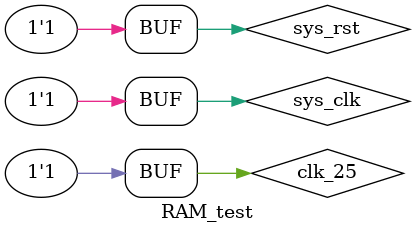
<source format=v>
`timescale 1ns / 1ps


module RAM_test();
reg        sys_clk;
reg        sys_rst;
reg        clk_25;

   
always begin
    sys_clk = 1'b0; #10;
    sys_clk = 1'b1; #10;
end

always begin
    clk_25 = 1'b0; #40;
    clk_25 = 1'b1; #40;
end

   initial begin
      sys_clk = 0;
      sys_rst = 0;
      #100;
      sys_rst = 1;
   end
   
   /////////////////////////////VGA Test/////////////////////////////////////////////////
   wire [3:0] R,G,B;
   wire h_sync, v_sync;
   
   wire [16:0] frame_addr;
   wire [11:0] frame_pixel;

   vram_wrapper u_vram_wrapper
      (
      .BRAM_PORTA_addr(17'b0),
          .BRAM_PORTA_clk(clk_25),
          .BRAM_PORTA_din(12'b0),
          .BRAM_PORTA_en(1'b0),
          .BRAM_PORTA_we(1'b0),
       .BRAM_PORTB_addr(frame_addr),
       .BRAM_PORTB_clk(clk_25),
       .BRAM_PORTB_dout(frame_pixel),
       .BRAM_PORTB_en(1'b1)
       );
       
   vga u_vga (
       .clk25(clk_25),
       .vga_red(R),
       .vga_green(G),
       .vga_blue(B),
       .vga_hsync(h_sync),
       .vga_vsync(v_sync),
       .frame_addr(frame_addr),
       .frame_pixel(frame_pixel)
       );
   

endmodule

</source>
